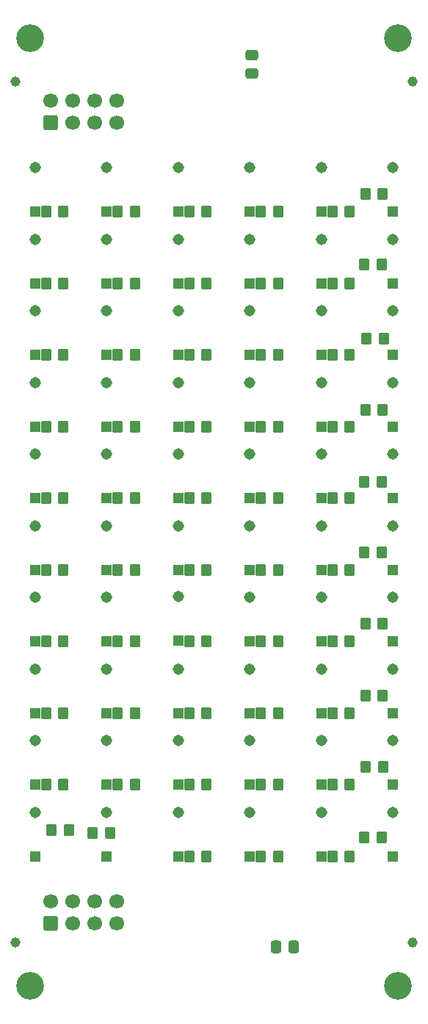
<source format=gbs>
G04 #@! TF.GenerationSoftware,KiCad,Pcbnew,7.0.5*
G04 #@! TF.CreationDate,2023-09-06T13:43:01-04:00*
G04 #@! TF.ProjectId,INS-1 Matrix_DRC,494e532d-3120-44d6-9174-7269785f4452,rev?*
G04 #@! TF.SameCoordinates,Original*
G04 #@! TF.FileFunction,Soldermask,Bot*
G04 #@! TF.FilePolarity,Negative*
%FSLAX46Y46*%
G04 Gerber Fmt 4.6, Leading zero omitted, Abs format (unit mm)*
G04 Created by KiCad (PCBNEW 7.0.5) date 2023-09-06 13:43:01*
%MOMM*%
%LPD*%
G01*
G04 APERTURE LIST*
G04 Aperture macros list*
%AMRoundRect*
0 Rectangle with rounded corners*
0 $1 Rounding radius*
0 $2 $3 $4 $5 $6 $7 $8 $9 X,Y pos of 4 corners*
0 Add a 4 corners polygon primitive as box body*
4,1,4,$2,$3,$4,$5,$6,$7,$8,$9,$2,$3,0*
0 Add four circle primitives for the rounded corners*
1,1,$1+$1,$2,$3*
1,1,$1+$1,$4,$5*
1,1,$1+$1,$6,$7*
1,1,$1+$1,$8,$9*
0 Add four rect primitives between the rounded corners*
20,1,$1+$1,$2,$3,$4,$5,0*
20,1,$1+$1,$4,$5,$6,$7,0*
20,1,$1+$1,$6,$7,$8,$9,0*
20,1,$1+$1,$8,$9,$2,$3,0*%
G04 Aperture macros list end*
%ADD10R,1.308000X1.308000*%
%ADD11C,1.308000*%
%ADD12RoundRect,0.250000X0.600000X-0.600000X0.600000X0.600000X-0.600000X0.600000X-0.600000X-0.600000X0*%
%ADD13C,1.700000*%
%ADD14C,3.200000*%
%ADD15C,1.152000*%
%ADD16RoundRect,0.250000X-0.350000X-0.450000X0.350000X-0.450000X0.350000X0.450000X-0.350000X0.450000X0*%
%ADD17RoundRect,0.250000X0.350000X0.450000X-0.350000X0.450000X-0.350000X-0.450000X0.350000X-0.450000X0*%
%ADD18RoundRect,0.250000X0.337500X0.475000X-0.337500X0.475000X-0.337500X-0.475000X0.337500X-0.475000X0*%
%ADD19RoundRect,0.250000X-0.475000X0.337500X-0.475000X-0.337500X0.475000X-0.337500X0.475000X0.337500X0*%
G04 APERTURE END LIST*
D10*
X79629000Y-135890000D03*
D11*
X79629000Y-130810000D03*
D10*
X71374000Y-78105000D03*
D11*
X71374000Y-73025000D03*
D10*
X54864000Y-127635000D03*
D11*
X54864000Y-122555000D03*
D10*
X71374000Y-127635000D03*
D11*
X71374000Y-122555000D03*
D10*
X71374000Y-119380000D03*
D11*
X71374000Y-114300000D03*
D10*
X71374000Y-135890000D03*
D11*
X71374000Y-130810000D03*
D10*
X54864000Y-86360000D03*
D11*
X54864000Y-81280000D03*
D10*
X79629000Y-111125000D03*
D11*
X79629000Y-106045000D03*
D12*
X56642000Y-143637000D03*
D13*
X56642000Y-141097000D03*
X59182000Y-143637000D03*
X59182000Y-141097000D03*
X61722000Y-143637000D03*
X61722000Y-141097000D03*
X64262000Y-143637000D03*
X64262000Y-141097000D03*
D10*
X63119000Y-61595000D03*
D11*
X63119000Y-56515000D03*
D10*
X87884000Y-69850000D03*
D11*
X87884000Y-64770000D03*
D14*
X96700000Y-150800000D03*
D10*
X96139000Y-69850000D03*
D11*
X96139000Y-64770000D03*
D15*
X52578000Y-145796000D03*
D10*
X63119000Y-86360000D03*
D11*
X63119000Y-81280000D03*
D10*
X79629000Y-119380000D03*
D11*
X79629000Y-114300000D03*
D10*
X87884000Y-61595000D03*
D11*
X87884000Y-56515000D03*
D10*
X54864000Y-119380000D03*
D11*
X54864000Y-114300000D03*
D10*
X71374000Y-69850000D03*
D11*
X71374000Y-64770000D03*
D10*
X54864000Y-61595000D03*
D11*
X54864000Y-56515000D03*
D10*
X87884000Y-86360000D03*
D11*
X87884000Y-81280000D03*
D10*
X96139000Y-78105000D03*
D11*
X96139000Y-73025000D03*
D10*
X87884000Y-135890000D03*
D11*
X87884000Y-130810000D03*
D10*
X63119000Y-102870000D03*
D11*
X63119000Y-97790000D03*
D10*
X96139000Y-94615000D03*
D11*
X96139000Y-89535000D03*
D10*
X96139000Y-127635000D03*
D11*
X96139000Y-122555000D03*
D10*
X79629000Y-69850000D03*
D11*
X79629000Y-64770000D03*
D10*
X96139000Y-111125000D03*
D11*
X96139000Y-106045000D03*
D10*
X79629000Y-127635000D03*
D11*
X79629000Y-122555000D03*
D10*
X87884000Y-119380000D03*
D11*
X87884000Y-114300000D03*
D10*
X79629000Y-94615000D03*
D11*
X79629000Y-89535000D03*
D10*
X54864000Y-135890000D03*
D11*
X54864000Y-130810000D03*
D10*
X87884000Y-102870000D03*
D11*
X87884000Y-97790000D03*
D10*
X87884000Y-94615000D03*
D11*
X87884000Y-89535000D03*
D10*
X96139000Y-86360000D03*
D11*
X96139000Y-81280000D03*
D10*
X87884000Y-111125000D03*
D11*
X87884000Y-106045000D03*
D10*
X79629000Y-86360000D03*
D11*
X79629000Y-81280000D03*
D10*
X87884000Y-127635000D03*
D11*
X87884000Y-122555000D03*
D10*
X79629000Y-61595000D03*
D11*
X79629000Y-56515000D03*
D10*
X71374000Y-111045000D03*
D11*
X71374000Y-105965000D03*
D10*
X54864000Y-102870000D03*
D11*
X54864000Y-97790000D03*
D10*
X63119000Y-135890000D03*
D11*
X63119000Y-130810000D03*
D10*
X96139000Y-119380000D03*
D11*
X96139000Y-114300000D03*
D10*
X79629000Y-102870000D03*
D11*
X79629000Y-97790000D03*
D14*
X54300000Y-150800000D03*
D10*
X63119000Y-119380000D03*
D11*
X63119000Y-114300000D03*
D10*
X71374000Y-102870000D03*
D11*
X71374000Y-97790000D03*
D10*
X96139000Y-135890000D03*
D11*
X96139000Y-130810000D03*
D10*
X54864000Y-94615000D03*
D11*
X54864000Y-89535000D03*
D15*
X52578000Y-46609000D03*
D10*
X63119000Y-111125000D03*
D11*
X63119000Y-106045000D03*
D14*
X54300000Y-41600000D03*
D15*
X98425000Y-145796000D03*
D10*
X79629000Y-78105000D03*
D11*
X79629000Y-73025000D03*
D10*
X96139000Y-61595000D03*
D11*
X96139000Y-56515000D03*
D10*
X96139000Y-102870000D03*
D11*
X96139000Y-97790000D03*
D10*
X71374000Y-86360000D03*
D11*
X71374000Y-81280000D03*
D10*
X54864000Y-111125000D03*
D11*
X54864000Y-106045000D03*
D10*
X63119000Y-78105000D03*
D11*
X63119000Y-73025000D03*
D10*
X54864000Y-69850000D03*
D11*
X54864000Y-64770000D03*
D12*
X56642000Y-51308000D03*
D13*
X56642000Y-48768000D03*
X59182000Y-51308000D03*
X59182000Y-48768000D03*
X61722000Y-51308000D03*
X61722000Y-48768000D03*
X64262000Y-51308000D03*
X64262000Y-48768000D03*
D10*
X71374000Y-61595000D03*
D11*
X71374000Y-56515000D03*
D10*
X63119000Y-94615000D03*
D11*
X63119000Y-89535000D03*
D10*
X87884000Y-78105000D03*
D11*
X87884000Y-73025000D03*
D14*
X96700000Y-41600000D03*
D15*
X98425000Y-46609000D03*
D10*
X63119000Y-127635000D03*
D11*
X63119000Y-122555000D03*
D10*
X63119000Y-69850000D03*
D11*
X63119000Y-64770000D03*
D10*
X71374000Y-94615000D03*
D11*
X71374000Y-89535000D03*
D10*
X54864000Y-78105000D03*
D11*
X54864000Y-73025000D03*
D16*
X56134000Y-94615000D03*
X58134000Y-94615000D03*
D17*
X94853000Y-100838000D03*
X92853000Y-100838000D03*
D16*
X89154000Y-127635000D03*
X91154000Y-127635000D03*
X64389000Y-69850000D03*
X66389000Y-69850000D03*
X72644000Y-69850000D03*
X74644000Y-69850000D03*
X89154000Y-111125000D03*
X91154000Y-111125000D03*
X64389000Y-78105000D03*
X66389000Y-78105000D03*
X56134000Y-127635000D03*
X58134000Y-127635000D03*
X64389000Y-127635000D03*
X66389000Y-127635000D03*
D17*
X94980000Y-109093000D03*
X92980000Y-109093000D03*
D18*
X84709000Y-146304000D03*
X82634000Y-146304000D03*
D16*
X56134000Y-78105000D03*
X58134000Y-78105000D03*
X56134000Y-69850000D03*
X58134000Y-69850000D03*
D17*
X94854000Y-92705000D03*
X92854000Y-92705000D03*
D16*
X72644000Y-135890000D03*
X74644000Y-135890000D03*
D17*
X63500000Y-133223000D03*
X61500000Y-133223000D03*
D16*
X80899000Y-135890000D03*
X82899000Y-135890000D03*
X56134000Y-86360000D03*
X58134000Y-86360000D03*
D17*
X94949000Y-59558000D03*
X92949000Y-59558000D03*
D16*
X80899000Y-94615000D03*
X82899000Y-94615000D03*
X89154000Y-102870000D03*
X91154000Y-102870000D03*
D17*
X94996000Y-125603000D03*
X92996000Y-125603000D03*
X95076000Y-76195000D03*
X93076000Y-76195000D03*
D16*
X64389000Y-111125000D03*
X66389000Y-111125000D03*
X80899000Y-102870000D03*
X82899000Y-102870000D03*
X64389000Y-119380000D03*
X66389000Y-119380000D03*
X80899000Y-61595000D03*
X82899000Y-61595000D03*
X64389000Y-86360000D03*
X66389000Y-86360000D03*
X80899000Y-111125000D03*
X82899000Y-111125000D03*
X80899000Y-127635000D03*
X82899000Y-127635000D03*
X89154000Y-86360000D03*
X91154000Y-86360000D03*
D17*
X94853000Y-133731000D03*
X92853000Y-133731000D03*
D16*
X64389000Y-61595000D03*
X66389000Y-61595000D03*
X72644000Y-111125000D03*
X74644000Y-111125000D03*
D17*
X94965000Y-84450000D03*
X92965000Y-84450000D03*
D16*
X80899000Y-119380000D03*
X82899000Y-119380000D03*
X72644000Y-61595000D03*
X74644000Y-61595000D03*
D17*
X94838000Y-67686000D03*
X92838000Y-67686000D03*
D16*
X89154000Y-135890000D03*
X91154000Y-135890000D03*
X72644000Y-127635000D03*
X74644000Y-127635000D03*
X89154000Y-94615000D03*
X91154000Y-94615000D03*
D17*
X94980000Y-117348000D03*
X92980000Y-117348000D03*
D16*
X56134000Y-102870000D03*
X58134000Y-102870000D03*
X72644000Y-94615000D03*
X74644000Y-94615000D03*
X80899000Y-78105000D03*
X82899000Y-78105000D03*
X64389000Y-102870000D03*
X66389000Y-102870000D03*
X72644000Y-86360000D03*
X74644000Y-86360000D03*
X80899000Y-86360000D03*
X82899000Y-86360000D03*
X56785000Y-132842000D03*
X58785000Y-132842000D03*
X64389000Y-94615000D03*
X66389000Y-94615000D03*
X89154000Y-119380000D03*
X91154000Y-119380000D03*
X72644000Y-102870000D03*
X74644000Y-102870000D03*
X56134000Y-119380000D03*
X58134000Y-119380000D03*
X89154000Y-69850000D03*
X91154000Y-69850000D03*
X89154000Y-78105000D03*
X91154000Y-78105000D03*
X56134000Y-111125000D03*
X58134000Y-111125000D03*
D19*
X79883000Y-43539500D03*
X79883000Y-45614500D03*
D16*
X56134000Y-61595000D03*
X58134000Y-61595000D03*
X80899000Y-69850000D03*
X82899000Y-69850000D03*
X72644000Y-119380000D03*
X74644000Y-119380000D03*
X72644000Y-78105000D03*
X74644000Y-78105000D03*
X89154000Y-61595000D03*
X91154000Y-61595000D03*
M02*

</source>
